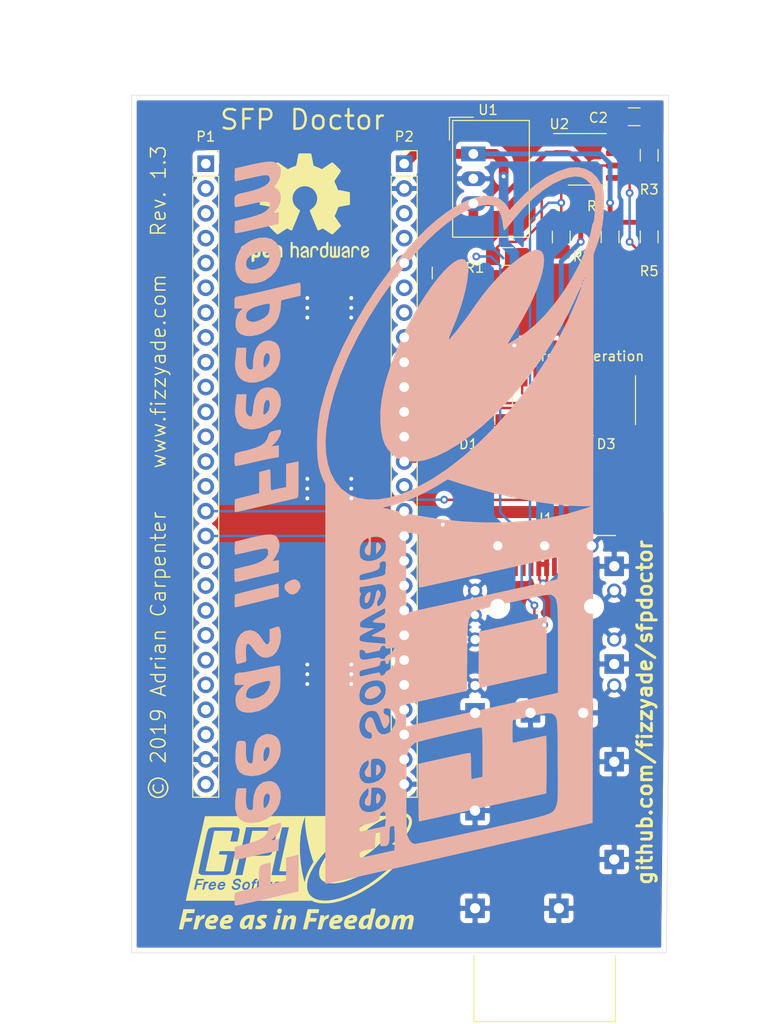
<source format=kicad_pcb>
(kicad_pcb (version 20171130) (host pcbnew "(5.1.4-0-10_14)")
  (layers (0 F.Cu signal) (31 B.Cu signal) (34 B.Paste user hide) (35 F.Paste user hide) (36 B.SilkS user) (37 F.SilkS user) (38 B.Mask user) (39 F.Mask user) (44 Edge.Cuts user))
  (net 0 "")
  (net 1 "Net-(J1-Pad19)")
  (net 2 "Net-(J1-Pad18)")
  (net 3 "Net-(J1-Pad13)")
  (net 4 "Net-(J1-Pad12)")
  (net 5 "Net-(J1-Pad9)")
  (net 6 "Net-(J1-Pad8)")
  (net 7 "Net-(J1-Pad7)")
  (net 8 "Net-(J1-Pad6)")
  (net 9 "Net-(J1-Pad3)")
  (net 10 "Net-(J1-Pad2)")
  (net 11 "Net-(P1-Pad20)")
  (net 12 "Net-(P1-Pad14)")
  (net 13 "Net-(P1-Pad13)")
  (net 14 "Net-(P1-Pad10)")
  (net 15 "Net-(P1-Pad9)")
  (net 16 "Net-(P1-Pad8)")
  (net 17 "Net-(P1-Pad7)")
  (net 18 "Net-(P1-Pad6)")
  (net 19 "Net-(P1-Pad5)")
  (net 20 "Net-(P1-Pad4)")
  (net 21 "Net-(P1-Pad3)")
  (net 22 "Net-(P1-Pad2)")
  (net 23 "Net-(P1-Pad1)")
  (net 24 "Net-(P2-Pad19)")
  (net 25 "Net-(P2-Pad18)")
  (net 26 "Net-(P2-Pad17)")
  (net 27 "Net-(P2-Pad16)")
  (net 28 "Net-(P2-Pad15)")
  (net 29 "Net-(P2-Pad14)")
  (net 30 "Net-(P2-Pad10)")
  (net 31 "Net-(P2-Pad9)")
  (net 32 "Net-(P2-Pad8)")
  (net 33 "Net-(P2-Pad7)")
  (net 34 "Net-(P2-Pad6)")
  (net 35 "Net-(P2-Pad5)")
  (net 36 "Net-(P2-Pad4)")
  (net 37 GND)
  (net 38 +3V3)
  (net 39 +5V)
  (net 40 SCL_3V3)
  (net 41 SDA_3V3)
  (net 42 SCL_5V)
  (net 43 SDA_5V)
  (net 44 "Net-(P1-Pad26)")
  (net 45 "Net-(P1-Pad21)")
  (net 46 "Net-(P2-Pad25)")
  (net 47 "Net-(P2-Pad24)")
  (net 48 "Net-(P2-Pad23)")
  (net 49 "Net-(P2-Pad22)")
  (net 50 "Net-(P2-Pad21)")
  (net 51 "Net-(P1-Pad19)")
  (net 52 "Net-(P2-Pad20)")
  (net 53 "Net-(P2-Pad3)")
  (net 54 "Net-(C2-Pad1)")
  (net 55 "Net-(P1-Pad12)")
  (net 56 "Net-(P1-Pad11)")
  (net 57 "Net-(D1-Pad6)")
  (net 58 "Net-(D1-Pad5)")
  (net 59 LED_CLOCK)
  (net 60 LED_DATA)
  (net 61 "Net-(D2-Pad6)")
  (net 62 "Net-(D2-Pad5)")
  (net 63 "Net-(D3-Pad6)")
  (net 64 "Net-(D3-Pad5)")
  (net 65 "Net-(P1-Pad18)")
  (net 66 "Net-(P1-Pad17)")
  (net 67 "Net-(P1-Pad24)")
  (net 68 "Net-(P1-Pad23)")
  (net 69 "Net-(P1-Pad22)")
  (net 70 "Net-(P2-Pad13)")
  (module LED_SMD:LED_RGB_5050-6 (layer F.Cu) (at 83.5 67.2 90)
    (fp_text reference D1 (at -4.5 0) (layer F.SilkS))
    (fp_text value APA102 hide)
    (pad 6 smd rect (at 2.4 -1.7 180) (size 1.1 2) (layers F.Cu F.Paste F.Mask) (net 57 "Net-(D1-Pad6)"))
    (pad 5 smd rect (at 2.4 0 180) (size 1.1 2) (layers F.Cu F.Paste F.Mask) (net 58 "Net-(D1-Pad5)"))
    (pad 4 smd rect (at 2.4 1.7 180) (size 1.1 2) (layers F.Cu F.Paste F.Mask) (net 39 +5V))
    (pad 3 smd rect (at -2.4 1.7 180) (size 1.1 2) (layers F.Cu F.Paste F.Mask) (net 37 GND))
    (pad 2 smd rect (at -2.4 0 180) (size 1.1 2) (layers F.Cu F.Paste F.Mask) (net 59 LED_CLOCK))
    (pad 1 smd rect (at -2.4 -1.7 180) (size 1.1 2) (layers F.Cu F.Paste F.Mask) (net 60 LED_DATA))
  )
  (module LED_SMD:LED_RGB_5050-6 (layer F.Cu) (at 97.9 67.2 90)
    (fp_text reference D3 (at -4.5 -0.3) (layer F.SilkS))
    (fp_text value APA102 hide)
    (pad 6 smd rect (at 2.4 -1.7 180) (size 1.1 2) (layers F.Cu F.Paste F.Mask) (net 63 "Net-(D3-Pad6)"))
    (pad 5 smd rect (at 2.4 0 180) (size 1.1 2) (layers F.Cu F.Paste F.Mask) (net 64 "Net-(D3-Pad5)"))
    (pad 4 smd rect (at 2.4 1.7 180) (size 1.1 2) (layers F.Cu F.Paste F.Mask) (net 39 +5V))
    (pad 3 smd rect (at -2.4 1.7 180) (size 1.1 2) (layers F.Cu F.Paste F.Mask) (net 37 GND))
    (pad 2 smd rect (at -2.4 0 180) (size 1.1 2) (layers F.Cu F.Paste F.Mask) (net 62 "Net-(D2-Pad5)"))
    (pad 1 smd rect (at -2.4 -1.7 180) (size 1.1 2) (layers F.Cu F.Paste F.Mask) (net 61 "Net-(D2-Pad6)"))
  )
  (module LED_SMD:LED_RGB_5050-6 (layer F.Cu) (at 90.7 67.2 90)
    (fp_text reference D2 (at -4.5 0) (layer F.SilkS))
    (fp_text value APA102 hide)
    (pad 6 smd rect (at 2.4 -1.7 180) (size 1.1 2) (layers F.Cu F.Paste F.Mask) (net 61 "Net-(D2-Pad6)"))
    (pad 5 smd rect (at 2.4 0 180) (size 1.1 2) (layers F.Cu F.Paste F.Mask) (net 62 "Net-(D2-Pad5)"))
    (pad 4 smd rect (at 2.4 1.7 180) (size 1.1 2) (layers F.Cu F.Paste F.Mask) (net 39 +5V))
    (pad 3 smd rect (at -2.4 1.7 180) (size 1.1 2) (layers F.Cu F.Paste F.Mask) (net 37 GND))
    (pad 2 smd rect (at -2.4 0 180) (size 1.1 2) (layers F.Cu F.Paste F.Mask) (net 58 "Net-(D1-Pad5)"))
    (pad 1 smd rect (at -2.4 -1.7 180) (size 1.1 2) (layers F.Cu F.Paste F.Mask) (net 57 "Net-(D1-Pad6)"))
  )
  (module 2227023-1:TE_2227023-1 (layer F.Cu) (at 91.3 88.3 90)
    (fp_text reference J1 (at 9 0 180) (layer F.SilkS))
    (fp_text value 2227023-1 hide)
    (pad S20 thru_hole rect (at 4.1 7.125 90) (size 2 2) (drill 1.05) (layers *.Cu *.Mask) (net 37 GND))
    (pad S19 thru_hole rect (at -5.9 7.125 90) (size 2 2) (drill 1.05) (layers *.Cu *.Mask) (net 37 GND))
    (pad S18 thru_hole rect (at -15.9 7.125 90) (size 2 2) (drill 1.05) (layers *.Cu *.Mask) (net 37 GND))
    (pad S17 thru_hole rect (at -25.9 7.125 90) (size 2 2) (drill 1.05) (layers *.Cu *.Mask) (net 37 GND))
    (pad S16 thru_hole rect (at -10.9 3.95 90) (size 2 2) (drill 1.05) (layers *.Cu *.Mask) (net 37 GND))
    (pad S15 thru_hole rect (at -30.9 1.45 90) (size 2 2) (drill 1.05) (layers *.Cu *.Mask) (net 37 GND))
    (pad S14 thru_hole rect (at -10.9 -1.45 90) (size 2 2) (drill 1.05) (layers *.Cu *.Mask) (net 37 GND))
    (pad S13 thru_hole rect (at -30.9 -7.125 90) (size 2 2) (drill 1.05) (layers *.Cu *.Mask) (net 37 GND))
    (pad S12 thru_hole rect (at -20.9 -7.125 90) (size 2 2) (drill 1.05) (layers *.Cu *.Mask) (net 37 GND))
    (pad S11 thru_hole rect (at -10.9 -7.125 90) (size 2 2) (drill 1.05) (layers *.Cu *.Mask) (net 37 GND))
    (pad S10 thru_hole circle (at -8.1 7.125 90) (size 1.458 1.458) (drill 0.95) (layers *.Cu *.Mask) (net 37 GND))
    (pad S9 thru_hole circle (at -3.4 7.125 90) (size 1.458 1.458) (drill 0.95) (layers *.Cu *.Mask) (net 37 GND))
    (pad S8 thru_hole circle (at 1.6 7.125 90) (size 1.458 1.458) (drill 0.95) (layers *.Cu *.Mask) (net 37 GND))
    (pad S7 thru_hole circle (at 6.2 4.8 90) (size 1.458 1.458) (drill 0.95) (layers *.Cu *.Mask) (net 37 GND))
    (pad S6 thru_hole circle (at 6.2 0 90) (size 1.458 1.458) (drill 0.95) (layers *.Cu *.Mask) (net 37 GND))
    (pad S5 thru_hole circle (at 6.2 -4.8 90) (size 1.458 1.458) (drill 0.95) (layers *.Cu *.Mask) (net 37 GND))
    (pad S4 thru_hole circle (at -8.1 -7.125 90) (size 1.458 1.458) (drill 0.95) (layers *.Cu *.Mask) (net 37 GND))
    (pad S3 thru_hole circle (at -3.4 -7.125 90) (size 1.458 1.458) (drill 0.95) (layers *.Cu *.Mask) (net 37 GND))
    (pad S2 thru_hole circle (at 1.6 -7.125 90) (size 1.458 1.458) (drill 0.95) (layers *.Cu *.Mask) (net 37 GND))
    (pad 20 smd rect (at 4.1 -3.8 270) (size 2 0.5) (layers F.Cu F.Paste F.Mask) (net 37 GND))
    (pad 19 smd rect (at 4.1 -3 270) (size 2 0.5) (layers F.Cu F.Paste F.Mask) (net 1 "Net-(J1-Pad19)"))
    (pad 18 smd rect (at 4.1 -2.2 270) (size 2 0.5) (layers F.Cu F.Paste F.Mask) (net 2 "Net-(J1-Pad18)"))
    (pad 17 smd rect (at 4.1 -1.4 270) (size 2 0.5) (layers F.Cu F.Paste F.Mask) (net 37 GND))
    (pad 16 smd rect (at 4.1 -0.6 270) (size 2 0.5) (layers F.Cu F.Paste F.Mask) (net 38 +3V3))
    (pad 15 smd rect (at 4.1 0.2 270) (size 2 0.5) (layers F.Cu F.Paste F.Mask) (net 38 +3V3))
    (pad 14 smd rect (at 4.1 1 270) (size 2 0.5) (layers F.Cu F.Paste F.Mask) (net 37 GND))
    (pad 13 smd rect (at 4.1 1.8 270) (size 2 0.5) (layers F.Cu F.Paste F.Mask) (net 3 "Net-(J1-Pad13)"))
    (pad 12 smd rect (at 4.1 2.6 270) (size 2 0.5) (layers F.Cu F.Paste F.Mask) (net 4 "Net-(J1-Pad12)"))
    (pad 11 smd rect (at 4.1 3.4 270) (size 2 0.5) (layers F.Cu F.Paste F.Mask) (net 37 GND))
    (pad S1 thru_hole circle (at -0.9 -7.125 90) (size 1.358 1.358) (drill 0.85) (layers *.Cu *.Mask) (net 37 GND))
    (pad 10 smd rect (at -4.1 3.8 90) (size 2 0.5) (layers F.Cu F.Paste F.Mask) (net 37 GND))
    (pad 9 smd rect (at -4.1 3 90) (size 2 0.5) (layers F.Cu F.Paste F.Mask) (net 5 "Net-(J1-Pad9)"))
    (pad 8 smd rect (at -4.1 2.2 90) (size 2 0.5) (layers F.Cu F.Paste F.Mask) (net 6 "Net-(J1-Pad8)"))
    (pad 7 smd rect (at -4.1 1.4 90) (size 2 0.5) (layers F.Cu F.Paste F.Mask) (net 7 "Net-(J1-Pad7)"))
    (pad 6 smd rect (at -4.1 0.6 90) (size 2 0.5) (layers F.Cu F.Paste F.Mask) (net 8 "Net-(J1-Pad6)"))
    (pad 5 smd rect (at -4.1 -0.2 90) (size 2 0.5) (layers F.Cu F.Paste F.Mask) (net 40 SCL_3V3))
    (pad 4 smd rect (at -4.1 -1 90) (size 2 0.5) (layers F.Cu F.Paste F.Mask) (net 41 SDA_3V3))
    (pad 3 smd rect (at -4.1 -1.8 90) (size 2 0.5) (layers F.Cu F.Paste F.Mask) (net 9 "Net-(J1-Pad3)"))
    (pad 2 smd rect (at -4.1 -2.6 90) (size 2 0.5) (layers F.Cu F.Paste F.Mask) (net 10 "Net-(J1-Pad2)"))
    (pad 1 smd rect (at -4.1 -3.4 90) (size 2 0.5) (layers F.Cu F.Paste F.Mask) (net 37 GND))
    (pad Hole np_thru_hole circle (at 0 -4.8 90) (size 1.55 1.55) (drill 1.55) (layers *.Cu *.Mask F.SilkS))
    (pad Hole np_thru_hole circle (at 0 4.8 90) (size 1.55 1.55) (drill 1.55) (layers *.Cu *.Mask F.SilkS))
  )
  (module Logo:GPL-Large (layer B.Cu) (at 94.25 81.1 90)
    (fp_text reference G*** hide)
    (fp_text value LOGO hide)
  )
  (module Logo:GPL (layer F.Cu) (at 65.8 110.4)
    (fp_text reference G*** hide)
    (fp_text value LOGO hide)
  )
  (module Capacitor_SMD:C_1206_3216Metric_Pad1.42x1.75mm_HandSolder (layer F.Cu) (at 100.4625 38.2 180)
    (fp_text reference C2 (at 3.6625 -0.1) (layer F.SilkS))
    (fp_text value 100nF hide)
    (pad 2 smd roundrect (at 1.4875 0 180) (size 1.425 1.75) (layers F.Cu F.Paste F.Mask) (roundrect_rratio 0.175439) (net 37 GND))
    (pad 1 smd roundrect (at -1.4875 0 180) (size 1.425 1.75) (layers F.Cu F.Paste F.Mask) (roundrect_rratio 0.175439) (net 54 "Net-(C2-Pad1)"))
  )
  (module Capacitor_SMD:C_1206_3216Metric_Pad1.42x1.75mm_HandSolder (layer F.Cu) (at 80.7 54.1875 270)
    (fp_text reference C1 (at 3.5125 0 90) (layer F.SilkS))
    (fp_text value 100nF hide)
    (pad 2 smd roundrect (at 1.4875 0 270) (size 1.425 1.75) (layers F.Cu F.Paste F.Mask) (roundrect_rratio 0.175439) (net 37 GND))
    (pad 1 smd roundrect (at -1.4875 0 270) (size 1.425 1.75) (layers F.Cu F.Paste F.Mask) (roundrect_rratio 0.175439) (net 38 +3V3))
  )
  (module Connector_PinSocket_2.54mm:PinSocket_1x26_P2.54mm_Vertical (layer F.Cu) (at 76.92 43)
    (fp_text reference P2 (at 0 -2.77) (layer F.SilkS))
    (fp_text value CONN_01X26 hide)
    (pad 26 thru_hole oval (at 0 63.5) (size 1.7 1.7) (drill 1) (layers *.Cu *.Mask) (net 37 GND))
    (pad 25 thru_hole oval (at 0 60.96) (size 1.7 1.7) (drill 1) (layers *.Cu *.Mask) (net 46 "Net-(P2-Pad25)"))
    (pad 24 thru_hole oval (at 0 58.42) (size 1.7 1.7) (drill 1) (layers *.Cu *.Mask) (net 47 "Net-(P2-Pad24)"))
    (pad 23 thru_hole oval (at 0 55.88) (size 1.7 1.7) (drill 1) (layers *.Cu *.Mask) (net 48 "Net-(P2-Pad23)"))
    (pad 22 thru_hole oval (at 0 53.34) (size 1.7 1.7) (drill 1) (layers *.Cu *.Mask) (net 49 "Net-(P2-Pad22)"))
    (pad 21 thru_hole oval (at 0 50.8) (size 1.7 1.7) (drill 1) (layers *.Cu *.Mask) (net 50 "Net-(P2-Pad21)"))
    (pad 20 thru_hole oval (at 0 48.26) (size 1.7 1.7) (drill 1) (layers *.Cu *.Mask) (net 52 "Net-(P2-Pad20)"))
    (pad 19 thru_hole oval (at 0 45.72) (size 1.7 1.7) (drill 1) (layers *.Cu *.Mask) (net 24 "Net-(P2-Pad19)"))
    (pad 18 thru_hole oval (at 0 43.18) (size 1.7 1.7) (drill 1) (layers *.Cu *.Mask) (net 25 "Net-(P2-Pad18)"))
    (pad 17 thru_hole oval (at 0 40.64) (size 1.7 1.7) (drill 1) (layers *.Cu *.Mask) (net 26 "Net-(P2-Pad17)"))
    (pad 16 thru_hole oval (at 0 38.1) (size 1.7 1.7) (drill 1) (layers *.Cu *.Mask) (net 27 "Net-(P2-Pad16)"))
    (pad 15 thru_hole oval (at 0 35.56) (size 1.7 1.7) (drill 1) (layers *.Cu *.Mask) (net 28 "Net-(P2-Pad15)"))
    (pad 14 thru_hole oval (at 0 33.02) (size 1.7 1.7) (drill 1) (layers *.Cu *.Mask) (net 29 "Net-(P2-Pad14)"))
    (pad 13 thru_hole oval (at 0 30.48) (size 1.7 1.7) (drill 1) (layers *.Cu *.Mask) (net 70 "Net-(P2-Pad13)"))
    (pad 12 thru_hole oval (at 0 27.94) (size 1.7 1.7) (drill 1) (layers *.Cu *.Mask) (net 59 LED_CLOCK))
    (pad 11 thru_hole oval (at 0 25.4) (size 1.7 1.7) (drill 1) (layers *.Cu *.Mask) (net 60 LED_DATA))
    (pad 10 thru_hole oval (at 0 22.86) (size 1.7 1.7) (drill 1) (layers *.Cu *.Mask) (net 30 "Net-(P2-Pad10)"))
    (pad 9 thru_hole oval (at 0 20.32) (size 1.7 1.7) (drill 1) (layers *.Cu *.Mask) (net 31 "Net-(P2-Pad9)"))
    (pad 8 thru_hole oval (at 0 17.78) (size 1.7 1.7) (drill 1) (layers *.Cu *.Mask) (net 32 "Net-(P2-Pad8)"))
    (pad 7 thru_hole oval (at 0 15.24) (size 1.7 1.7) (drill 1) (layers *.Cu *.Mask) (net 33 "Net-(P2-Pad7)"))
    (pad 6 thru_hole oval (at 0 12.7) (size 1.7 1.7) (drill 1) (layers *.Cu *.Mask) (net 34 "Net-(P2-Pad6)"))
    (pad 5 thru_hole oval (at 0 10.16) (size 1.7 1.7) (drill 1) (layers *.Cu *.Mask) (net 35 "Net-(P2-Pad5)"))
    (pad 4 thru_hole oval (at 0 7.62) (size 1.7 1.7) (drill 1) (layers *.Cu *.Mask) (net 36 "Net-(P2-Pad4)"))
    (pad 3 thru_hole oval (at 0 5.08) (size 1.7 1.7) (drill 1) (layers *.Cu *.Mask) (net 53 "Net-(P2-Pad3)"))
    (pad 2 thru_hole oval (at 0 2.54) (size 1.7 1.7) (drill 1) (layers *.Cu *.Mask) (net 37 GND))
    (pad 1 thru_hole rect (at 0 0) (size 1.7 1.7) (drill 1) (layers *.Cu *.Mask) (net 39 +5V))
  )
  (module Connector_PinSocket_2.54mm:PinSocket_1x26_P2.54mm_Vertical (layer F.Cu) (at 56.6 43)
    (fp_text reference P1 (at 0 -2.77) (layer F.SilkS))
    (fp_text value CONN_01X26 hide)
    (pad 26 thru_hole oval (at 0 63.5) (size 1.7 1.7) (drill 1) (layers *.Cu *.Mask) (net 44 "Net-(P1-Pad26)"))
    (pad 25 thru_hole oval (at 0 60.96) (size 1.7 1.7) (drill 1) (layers *.Cu *.Mask) (net 37 GND))
    (pad 24 thru_hole oval (at 0 58.42) (size 1.7 1.7) (drill 1) (layers *.Cu *.Mask) (net 67 "Net-(P1-Pad24)"))
    (pad 23 thru_hole oval (at 0 55.88) (size 1.7 1.7) (drill 1) (layers *.Cu *.Mask) (net 68 "Net-(P1-Pad23)"))
    (pad 22 thru_hole oval (at 0 53.34) (size 1.7 1.7) (drill 1) (layers *.Cu *.Mask) (net 69 "Net-(P1-Pad22)"))
    (pad 21 thru_hole oval (at 0 50.8) (size 1.7 1.7) (drill 1) (layers *.Cu *.Mask) (net 45 "Net-(P1-Pad21)"))
    (pad 20 thru_hole oval (at 0 48.26) (size 1.7 1.7) (drill 1) (layers *.Cu *.Mask) (net 11 "Net-(P1-Pad20)"))
    (pad 19 thru_hole oval (at 0 45.72) (size 1.7 1.7) (drill 1) (layers *.Cu *.Mask) (net 51 "Net-(P1-Pad19)"))
    (pad 18 thru_hole oval (at 0 43.18) (size 1.7 1.7) (drill 1) (layers *.Cu *.Mask) (net 65 "Net-(P1-Pad18)"))
    (pad 17 thru_hole oval (at 0 40.64) (size 1.7 1.7) (drill 1) (layers *.Cu *.Mask) (net 66 "Net-(P1-Pad17)"))
    (pad 16 thru_hole oval (at 0 38.1) (size 1.7 1.7) (drill 1) (layers *.Cu *.Mask) (net 42 SCL_5V))
    (pad 15 thru_hole oval (at 0 35.56) (size 1.7 1.7) (drill 1) (layers *.Cu *.Mask) (net 43 SDA_5V))
    (pad 14 thru_hole oval (at 0 33.02) (size 1.7 1.7) (drill 1) (layers *.Cu *.Mask) (net 12 "Net-(P1-Pad14)"))
    (pad 13 thru_hole oval (at 0 30.48) (size 1.7 1.7) (drill 1) (layers *.Cu *.Mask) (net 13 "Net-(P1-Pad13)"))
    (pad 12 thru_hole oval (at 0 27.94) (size 1.7 1.7) (drill 1) (layers *.Cu *.Mask) (net 55 "Net-(P1-Pad12)"))
    (pad 11 thru_hole oval (at 0 25.4) (size 1.7 1.7) (drill 1) (layers *.Cu *.Mask) (net 56 "Net-(P1-Pad11)"))
    (pad 10 thru_hole oval (at 0 22.86) (size 1.7 1.7) (drill 1) (layers *.Cu *.Mask) (net 14 "Net-(P1-Pad10)"))
    (pad 9 thru_hole oval (at 0 20.32) (size 1.7 1.7) (drill 1) (layers *.Cu *.Mask) (net 15 "Net-(P1-Pad9)"))
    (pad 8 thru_hole oval (at 0 17.78) (size 1.7 1.7) (drill 1) (layers *.Cu *.Mask) (net 16 "Net-(P1-Pad8)"))
    (pad 7 thru_hole oval (at 0 15.24) (size 1.7 1.7) (drill 1) (layers *.Cu *.Mask) (net 17 "Net-(P1-Pad7)"))
    (pad 6 thru_hole oval (at 0 12.7) (size 1.7 1.7) (drill 1) (layers *.Cu *.Mask) (net 18 "Net-(P1-Pad6)"))
    (pad 5 thru_hole oval (at 0 10.16) (size 1.7 1.7) (drill 1) (layers *.Cu *.Mask) (net 19 "Net-(P1-Pad5)"))
    (pad 4 thru_hole oval (at 0 7.62) (size 1.7 1.7) (drill 1) (layers *.Cu *.Mask) (net 20 "Net-(P1-Pad4)"))
    (pad 3 thru_hole oval (at 0 5.08) (size 1.7 1.7) (drill 1) (layers *.Cu *.Mask) (net 21 "Net-(P1-Pad3)"))
    (pad 2 thru_hole oval (at 0 2.54) (size 1.7 1.7) (drill 1) (layers *.Cu *.Mask) (net 22 "Net-(P1-Pad2)"))
    (pad 1 thru_hole rect (at 0 0) (size 1.7 1.7) (drill 1) (layers *.Cu *.Mask) (net 23 "Net-(P1-Pad1)"))
  )
  (module Symbol:OSHW-Logo2_14.6x12mm_SilkScreen (layer F.Cu) (at 66.75 47.5)
    (fp_text reference REF** hide)
    (fp_text value OSHW-Logo2_14.6x12mm_SilkScreen hide)
  )
  (module Converter_DCDC:Converter_DCDC_TRACO_TSR-1_THT (layer F.Cu) (at 84 42 270)
    (fp_text reference U1 (at -4.5 -1.5 180) (layer F.SilkS))
    (fp_text value TSR_1-2433 hide)
    (pad 3 thru_hole oval (at 5.08 0 270) (size 1.5 2.5) (drill 1) (layers *.Cu *.Mask) (net 38 +3V3))
    (pad 2 thru_hole oval (at 2.54 0 270) (size 1.5 2.5) (drill 1) (layers *.Cu *.Mask) (net 37 GND))
    (pad 1 thru_hole rect (at 0 0 270) (size 1.5 2.5) (drill 1) (layers *.Cu *.Mask) (net 39 +5V))
  )
  (module Package_SO:SSOP-8_3.9x5.05mm_P1.27mm (layer F.Cu) (at 95.675 42.555)
    (fp_text reference U2 (at -2.875 -3.605) (layer F.SilkS))
    (fp_text value PCA9306 hide)
    (pad 8 smd roundrect (at 2.675 -1.905) (size 1.55 0.6) (layers F.Cu F.Paste F.Mask) (net 54 "Net-(C2-Pad1)"))
    (pad 7 smd roundrect (at 2.675 -0.635) (size 1.55 0.6) (layers F.Cu F.Paste F.Mask) (net 54 "Net-(C2-Pad1)"))
    (pad 6 smd roundrect (at 2.675 0.635) (size 1.55 0.6) (layers F.Cu F.Paste F.Mask) (net 43 SDA_5V))
    (pad 5 smd roundrect (at 2.675 1.905) (size 1.55 0.6) (layers F.Cu F.Paste F.Mask) (net 42 SCL_5V))
    (pad 4 smd roundrect (at -2.675 1.905) (size 1.55 0.6) (layers F.Cu F.Paste F.Mask) (net 40 SCL_3V3))
    (pad 3 smd roundrect (at -2.675 0.635) (size 1.55 0.6) (layers F.Cu F.Paste F.Mask) (net 41 SDA_3V3))
    (pad 2 smd roundrect (at -2.675 -0.635) (size 1.55 0.6) (layers F.Cu F.Paste F.Mask) (net 38 +3V3))
    (pad 1 smd roundrect (at -2.675 -1.905) (size 1.55 0.6) (layers F.Cu F.Paste F.Mask) (net 37 GND))
  )
  (module Resistor_SMD:R_1206_3216Metric_Pad1.42x1.75mm_HandSolder (layer F.Cu) (at 102 50.4875 270)
    (fp_text reference R5 (at 3.5125 0 180) (layer F.SilkS))
    (fp_text value 4K7 hide)
    (pad 2 smd roundrect (at 1.4875 0 270) (size 1.425 1.75) (layers F.Cu F.Paste F.Mask) (roundrect_rratio 0.175439) (net 42 SCL_5V))
    (pad 1 smd roundrect (at -1.4875 0 270) (size 1.425 1.75) (layers F.Cu F.Paste F.Mask) (roundrect_rratio 0.175439) (net 39 +5V))
  )
  (module Resistor_SMD:R_1206_3216Metric_Pad1.42x1.75mm_HandSolder (layer F.Cu) (at 98 50.4875 270)
    (fp_text reference R4 (at -3.1375 1.4 180) (layer F.SilkS))
    (fp_text value 4K7 hide)
    (pad 2 smd roundrect (at 1.4875 0 270) (size 1.425 1.75) (layers F.Cu F.Paste F.Mask) (roundrect_rratio 0.175439) (net 43 SDA_5V))
    (pad 1 smd roundrect (at -1.4875 0 270) (size 1.425 1.75) (layers F.Cu F.Paste F.Mask) (roundrect_rratio 0.175439) (net 39 +5V))
  )
  (module Resistor_SMD:R_1206_3216Metric_Pad1.42x1.75mm_HandSolder (layer F.Cu) (at 102 42.1375 90)
    (fp_text reference R3 (at -3.5125 0) (layer F.SilkS))
    (fp_text value 200K hide)
    (pad 2 smd roundrect (at 1.4875 0 90) (size 1.425 1.75) (layers F.Cu F.Paste F.Mask) (roundrect_rratio 0.175439) (net 54 "Net-(C2-Pad1)"))
    (pad 1 smd roundrect (at -1.4875 0 90) (size 1.425 1.75) (layers F.Cu F.Paste F.Mask) (roundrect_rratio 0.175439) (net 39 +5V))
  )
  (module Resistor_SMD:R_1206_3216Metric_Pad1.42x1.75mm_HandSolder (layer F.Cu) (at 93 50.5125 90)
    (fp_text reference R2 (at -1.9875 2.15) (layer F.SilkS))
    (fp_text value 4K7 hide)
    (pad 2 smd roundrect (at 1.4875 0 90) (size 1.425 1.75) (layers F.Cu F.Paste F.Mask) (roundrect_rratio 0.175439) (net 40 SCL_3V3))
    (pad 1 smd roundrect (at -1.4875 0 90) (size 1.425 1.75) (layers F.Cu F.Paste F.Mask) (roundrect_rratio 0.175439) (net 38 +3V3))
  )
  (module Resistor_SMD:R_1206_3216Metric_Pad1.42x1.75mm_HandSolder (layer F.Cu) (at 87.5 52.5 180)
    (fp_text reference R1 (at 3.35 -1.15) (layer F.SilkS))
    (fp_text value 4K7 hide)
    (pad 2 smd roundrect (at 1.4875 0 180) (size 1.425 1.75) (layers F.Cu F.Paste F.Mask) (roundrect_rratio 0.175439) (net 41 SDA_3V3))
    (pad 1 smd roundrect (at -1.4875 0 180) (size 1.425 1.75) (layers F.Cu F.Paste F.Mask) (roundrect_rratio 0.175439) (net 38 +3V3))
  )
  (gr_text Operation (at 97.9 62.7) (layer F.SilkS) (effects (font (size 1 1))))
  (gr_text Search (at 90.7 62.7) (layer F.SilkS) (effects (font (size 1 1))))
  (gr_text Status (at 83.5 62.7) (layer F.SilkS) (effects (font (size 1 1))))
  (gr_text github.com/fizzyade/sfpdoctor (at 101.55 99.15 90) (layer F.SilkS) (effects (font (size 1.5 1.5) (thickness 0.3))))
  (gr_text www.fizzyade.com (at 51.75 64.25 90) (layer F.SilkS) (effects (font (size 1.5 1.5))))
  (gr_text "Rev. 1.3" (at 51.75 41 90) (layer F.SilkS) (effects (font (size 1.5 1.5)) (justify right)))
  (gr_text "© 2019 Adrian Carpenter" (at 51.75 108.25 90) (layer F.SilkS) (effects (font (size 1.5 1.5)) (justify left)))
  (gr_text "SFP Doctor" (at 66.5 38.5) (layer F.SilkS) (effects (font (size 2 2) (thickness 0.25))))
  (gr_line (start 49 102) (end 49 123.75) (layer Edge.Cuts) (width 0.05))
  (gr_line (start 104 102) (end 103.75 123.75) (layer Edge.Cuts) (width 0.05))
  (gr_line (start 49 37) (end 49 36) (layer Edge.Cuts) (width 0.05))
  (gr_line (start 104 36) (end 103 36) (layer Edge.Cuts) (width 0.05))
  (gr_line (start 104 37) (end 104 36) (layer Edge.Cuts) (width 0.05))
  (gr_line (start 49 102) (end 49 37) (layer Edge.Cuts) (width 0.05))
  (gr_line (start 103.75 123.75) (end 49 123.75) (layer Edge.Cuts) (width 0.05))
  (gr_line (start 104 37) (end 104 102) (layer Edge.Cuts) (width 0.05))
  (gr_line (start 49 36) (end 103 36) (layer Edge.Cuts) (width 0.05))
  (segment (start 91.35 81.9) (end 91.95 81.9) (width 0.25) (layer F.Cu) (net 37))
  (segment (start 92.35 82.3) (end 92.35 84) (width 0.25) (layer F.Cu) (net 37))
  (segment (start 91.95 81.9) (end 92.35 82.3) (width 0.25) (layer F.Cu) (net 37))
  (segment (start 89.95 82.269039) (end 89.95 82.75) (width 0.25) (layer F.Cu) (net 37))
  (segment (start 89.95 82.75) (end 89.95 84) (width 0.25) (layer F.Cu) (net 37))
  (segment (start 90.319039 81.9) (end 89.95 82.269039) (width 0.25) (layer F.Cu) (net 37))
  (segment (start 91.35 81.9) (end 90.319039 81.9) (width 0.25) (layer F.Cu) (net 37))
  (segment (start 86.55 83.5) (end 86.55 82.930961) (width 0.25) (layer F.Cu) (net 37))
  (segment (start 87.05 84) (end 86.55 83.5) (width 0.25) (layer F.Cu) (net 37))
  (segment (start 86.55 82.930961) (end 86.55 81.9) (width 0.25) (layer F.Cu) (net 37))
  (segment (start 87.55 84) (end 87.05 84) (width 0.25) (layer F.Cu) (net 37))
  (via (at 67 56.75) (size 0.8) (drill 0.4) (layers F.Cu B.Cu) (net 37))
  (via (at 67 57.75) (size 0.8) (drill 0.4) (layers F.Cu B.Cu) (net 37))
  (via (at 67 58.75) (size 0.8) (drill 0.4) (layers F.Cu B.Cu) (net 37))
  (via (at 71.5 56.75) (size 0.8) (drill 0.4) (layers F.Cu B.Cu) (net 37))
  (via (at 71.5 57.75) (size 0.8) (drill 0.4) (layers F.Cu B.Cu) (net 37))
  (via (at 71.5 58.75) (size 0.8) (drill 0.4) (layers F.Cu B.Cu) (net 37))
  (via (at 67 75.25) (size 0.8) (drill 0.4) (layers F.Cu B.Cu) (net 37))
  (via (at 67 76.25) (size 0.8) (drill 0.4) (layers F.Cu B.Cu) (net 37))
  (via (at 67 77.25) (size 0.8) (drill 0.4) (layers F.Cu B.Cu) (net 37))
  (via (at 71.5 75.25) (size 0.8) (drill 0.4) (layers F.Cu B.Cu) (net 37))
  (via (at 71.5 76.25) (size 0.8) (drill 0.4) (layers F.Cu B.Cu) (net 37))
  (via (at 71.5 77.25) (size 0.8) (drill 0.4) (layers F.Cu B.Cu) (net 37))
  (via (at 67 94.25) (size 0.8) (drill 0.4) (layers F.Cu B.Cu) (net 37))
  (via (at 67 95.25) (size 0.8) (drill 0.4) (layers F.Cu B.Cu) (net 37))
  (via (at 67 96.25) (size 0.8) (drill 0.4) (layers F.Cu B.Cu) (net 37))
  (via (at 71.5 94.25) (size 0.8) (drill 0.4) (layers F.Cu B.Cu) (net 37))
  (via (at 71.5 95.25) (size 0.8) (drill 0.4) (layers F.Cu B.Cu) (net 37))
  (via (at 71.5 96.25) (size 0.8) (drill 0.4) (layers F.Cu B.Cu) (net 37))
  (segment (start 93 69.1) (end 92.3 69.8) (width 0.25) (layer F.Cu) (net 37))
  (segment (start 95 43.045) (end 93.875 41.92) (width 0.5) (layer F.Cu) (net 38))
  (segment (start 94 52) (end 95 51) (width 0.5) (layer F.Cu) (net 38))
  (segment (start 93.875 41.92) (end 93 41.92) (width 0.5) (layer F.Cu) (net 38))
  (segment (start 93 52) (end 94 52) (width 0.5) (layer F.Cu) (net 38))
  (segment (start 91 52) (end 93 52) (width 0.5) (layer F.Cu) (net 38))
  (segment (start 90.75 84) (end 91.55 84) (width 0.5) (layer F.Cu) (net 38))
  (segment (start 95 43.045) (end 95 51) (width 0.5) (layer F.Cu) (net 38))
  (segment (start 86.315 47.08) (end 84 47.08) (width 0.5) (layer F.Cu) (net 38))
  (segment (start 91.475 41.92) (end 86.315 47.08) (width 0.5) (layer F.Cu) (net 38))
  (segment (start 93 41.92) (end 91.475 41.92) (width 0.5) (layer F.Cu) (net 38))
  (segment (start 91 85.95) (end 91 85.95) (width 0.25) (layer F.Cu) (net 38))
  (via (at 91.15 85.95) (size 0.8) (drill 0.4) (layers F.Cu B.Cu) (net 38))
  (segment (start 91.55 85.55) (end 91.15 85.95) (width 0.25) (layer F.Cu) (net 38))
  (segment (start 91.55 84) (end 91.55 85.55) (width 0.25) (layer F.Cu) (net 38))
  (segment (start 90.75 85.55) (end 91.15 85.95) (width 0.25) (layer F.Cu) (net 38))
  (segment (start 90.75 84) (end 90.75 85.55) (width 0.25) (layer F.Cu) (net 38))
  (via (at 95 51) (size 0.8) (drill 0.4) (layers F.Cu B.Cu) (net 38))
  (segment (start 80.7 51.25) (end 80.7 52.7) (width 1) (layer F.Cu) (net 38))
  (segment (start 84 49.75) (end 83 50.75) (width 1) (layer F.Cu) (net 38))
  (segment (start 81.2 50.75) (end 80.7 51.25) (width 1) (layer F.Cu) (net 38))
  (segment (start 83 50.75) (end 81.2 50.75) (width 1) (layer F.Cu) (net 38))
  (segment (start 84 47.08) (end 84 49.75) (width 1) (layer F.Cu) (net 38))
  (segment (start 90.5 52.5) (end 88.9875 52.5) (width 0.5) (layer F.Cu) (net 38))
  (segment (start 91 52) (end 90.5 52.5) (width 0.5) (layer F.Cu) (net 38))
  (segment (start 91.9 85.95) (end 91.15 85.95) (width 0.5) (layer B.Cu) (net 38))
  (segment (start 93 84.85) (end 91.9 85.95) (width 0.5) (layer B.Cu) (net 38))
  (segment (start 93 53) (end 93 84.85) (width 0.5) (layer B.Cu) (net 38))
  (segment (start 95 51) (end 93 53) (width 0.5) (layer B.Cu) (net 38))
  (segment (start 81.57 42) (end 81.75 42) (width 1) (layer F.Cu) (net 39))
  (segment (start 81.75 42) (end 84 42) (width 1) (layer F.Cu) (net 39))
  (segment (start 98 49) (end 102 49) (width 0.5) (layer F.Cu) (net 39))
  (segment (start 102 49) (end 102 44.975) (width 0.5) (layer F.Cu) (net 39))
  (segment (start 98 49) (end 98 47) (width 0.5) (layer F.Cu) (net 39))
  (via (at 98 47) (size 0.8) (drill 0.4) (layers F.Cu B.Cu) (net 39))
  (segment (start 98 47) (end 98 43) (width 0.5) (layer B.Cu) (net 39))
  (segment (start 97 42) (end 84 42) (width 0.5) (layer B.Cu) (net 39))
  (segment (start 81.75 42) (end 79.5 42) (width 1) (layer F.Cu) (net 39))
  (segment (start 76.92 43) (end 77 43) (width 1) (layer F.Cu) (net 39))
  (segment (start 78 42) (end 79.5 42) (width 1) (layer F.Cu) (net 39))
  (segment (start 77 43) (end 78 42) (width 1) (layer F.Cu) (net 39))
  (segment (start 102 44.975) (end 102 43.625) (width 0.5) (layer F.Cu) (net 39))
  (segment (start 97 42) (end 98 43) (width 0.5) (layer B.Cu) (net 39))
  (segment (start 92.5 64.05) (end 92.35 64.2) (width 0.25) (layer F.Cu) (net 39))
  (segment (start 85.2 62.8) (end 85.2 64.8) (width 1) (layer F.Cu) (net 39))
  (segment (start 86.4 61.6) (end 85.2 62.8) (width 1) (layer F.Cu) (net 39))
  (segment (start 92.4 64.8) (end 92.4 62.8) (width 1) (layer F.Cu) (net 39))
  (segment (start 92.4 62.8) (end 92.4 61.6) (width 1) (layer F.Cu) (net 39))
  (segment (start 93.3 61.6) (end 92.4 61.6) (width 1) (layer F.Cu) (net 39))
  (segment (start 98.4 61.6) (end 99.6 62.8) (width 1) (layer F.Cu) (net 39))
  (segment (start 99.6 62.8) (end 99.6 64.8) (width 1) (layer F.Cu) (net 39))
  (segment (start 93.3 61.6) (end 98.4 61.6) (width 1) (layer F.Cu) (net 39))
  (segment (start 86.25 42) (end 87.1 42.85) (width 1) (layer F.Cu) (net 39))
  (segment (start 84 42) (end 86.25 42) (width 1) (layer F.Cu) (net 39))
  (via (at 87.1 44.3) (size 0.8) (drill 0.4) (layers F.Cu B.Cu) (net 39))
  (segment (start 87.1 42.85) (end 87.1 44.3) (width 1) (layer F.Cu) (net 39))
  (segment (start 87.1 44.3) (end 87.1 51.1) (width 1) (layer B.Cu) (net 39))
  (segment (start 87.1 51.1) (end 88.2 52.2) (width 1) (layer B.Cu) (net 39))
  (via (at 88.2 61.6) (size 0.8) (drill 0.4) (layers F.Cu B.Cu) (net 39))
  (segment (start 88.2 52.2) (end 88.2 61.6) (width 1) (layer B.Cu) (net 39))
  (segment (start 88.2 61.6) (end 86.4 61.6) (width 1) (layer F.Cu) (net 39))
  (segment (start 92.4 61.6) (end 88.2 61.6) (width 1) (layer F.Cu) (net 39))
  (segment (start 93 49.025) (end 93 47) (width 0.25) (layer F.Cu) (net 40))
  (via (at 93 47) (size 0.8) (drill 0.4) (layers F.Cu B.Cu) (net 40))
  (segment (start 91.25 90.2) (end 91.25 90.2) (width 0.25) (layer B.Cu) (net 40))
  (via (at 91.25 90.2) (size 0.8) (drill 0.4) (layers F.Cu B.Cu) (net 40))
  (segment (start 91.15 90.3) (end 91.25 90.2) (width 0.25) (layer F.Cu) (net 40))
  (segment (start 91.15 92.2) (end 91.15 90.3) (width 0.25) (layer F.Cu) (net 40))
  (segment (start 93 45.81) (end 93 44.46) (width 0.25) (layer F.Cu) (net 40))
  (segment (start 93 47) (end 93 45.81) (width 0.25) (layer F.Cu) (net 40))
  (segment (start 91.25 87.75) (end 91.25 90.2) (width 0.25) (layer B.Cu) (net 40))
  (segment (start 89.8 86.3) (end 91.25 87.75) (width 0.25) (layer B.Cu) (net 40))
  (segment (start 91.7 47) (end 89.8 48.9) (width 0.25) (layer B.Cu) (net 40))
  (segment (start 89.8 48.9) (end 89.8 86.3) (width 0.25) (layer B.Cu) (net 40))
  (segment (start 93 47) (end 91.7 47) (width 0.25) (layer B.Cu) (net 40))
  (segment (start 93 43.19) (end 92.125 43.19) (width 0.25) (layer F.Cu) (net 41))
  (segment (start 91 49) (end 89 51) (width 0.25) (layer F.Cu) (net 41))
  (segment (start 89 51) (end 88.025 51) (width 0.25) (layer F.Cu) (net 41))
  (segment (start 88.025 51) (end 87 51) (width 0.25) (layer F.Cu) (net 41))
  (segment (start 86.025 53) (end 86.025 51.975) (width 0.25) (layer F.Cu) (net 41))
  (segment (start 86.025 51.975) (end 87 51) (width 0.25) (layer F.Cu) (net 41))
  (via (at 84.3 52.5) (size 0.8) (drill 0.4) (layers F.Cu B.Cu) (net 41))
  (segment (start 90.25 88.2) (end 90.25 88.2) (width 0.25) (layer B.Cu) (net 41))
  (via (at 90.25 88.2) (size 0.8) (drill 0.4) (layers F.Cu B.Cu) (net 41))
  (segment (start 90.35 92.2) (end 90.35 89.3) (width 0.25) (layer F.Cu) (net 41))
  (segment (start 90.25 89.2) (end 90.25 88.2) (width 0.25) (layer F.Cu) (net 41))
  (segment (start 90.35 89.3) (end 90.25 89.2) (width 0.25) (layer F.Cu) (net 41))
  (segment (start 91 49) (end 91 44.25) (width 0.25) (layer F.Cu) (net 41))
  (segment (start 91 44.25) (end 92 43.25) (width 0.25) (layer F.Cu) (net 41))
  (segment (start 85.875 53.15) (end 86.025 53) (width 0.25) (layer F.Cu) (net 41))
  (segment (start 84.3 52.5) (end 86.0125 52.5) (width 0.25) (layer F.Cu) (net 41))
  (segment (start 86.75 53.45) (end 85.8 52.5) (width 0.25) (layer B.Cu) (net 41))
  (segment (start 86.75 78.7) (end 86.75 53.45) (width 0.25) (layer B.Cu) (net 41))
  (segment (start 88.95 80.9) (end 86.75 78.7) (width 0.25) (layer B.Cu) (net 41))
  (segment (start 85.8 52.5) (end 84.3 52.5) (width 0.25) (layer B.Cu) (net 41))
  (segment (start 88.95 86.9) (end 88.95 80.9) (width 0.25) (layer B.Cu) (net 41))
  (segment (start 90.25 88.2) (end 88.95 86.9) (width 0.25) (layer B.Cu) (net 41))
  (segment (start 100 46) (end 100 46) (width 0.25) (layer B.Cu) (net 42))
  (via (at 100 51) (size 0.8) (drill 0.4) (layers F.Cu B.Cu) (net 42))
  (segment (start 100.975 51.975) (end 100 51) (width 0.25) (layer F.Cu) (net 42))
  (segment (start 102 51.975) (end 100.975 51.975) (width 0.25) (layer F.Cu) (net 42))
  (segment (start 103 77.5) (end 103 77.5) (width 0.25) (layer F.Cu) (net 42))
  (segment (start 100 46) (end 100 51) (width 0.25) (layer B.Cu) (net 42))
  (via (at 100 46) (size 0.8) (drill 0.4) (layers F.Cu B.Cu) (net 42))
  (segment (start 98.35 44.46) (end 99.66 44.46) (width 0.25) (layer F.Cu) (net 42))
  (segment (start 100 44.8) (end 100 46) (width 0.25) (layer F.Cu) (net 42))
  (segment (start 99.66 44.46) (end 100 44.8) (width 0.25) (layer F.Cu) (net 42))
  (segment (start 56.6 81.1) (end 75.1 81.1) (width 0.25) (layer B.Cu) (net 42))
  (segment (start 76.275001 79.924999) (end 80.875001 79.924999) (width 0.25) (layer B.Cu) (net 42))
  (segment (start 75.1 81.1) (end 76.275001 79.924999) (width 0.25) (layer B.Cu) (net 42))
  (segment (start 80.9 79.9) (end 80.875001 79.924999) (width 0.25) (layer F.Cu) (net 42))
  (segment (start 101.1 79.9) (end 80.9 79.9) (width 0.25) (layer F.Cu) (net 42))
  (segment (start 103 78) (end 101.1 79.9) (width 0.25) (layer F.Cu) (net 42))
  (segment (start 103 54) (end 103 78) (width 0.25) (layer F.Cu) (net 42))
  (segment (start 102 53) (end 103 54) (width 0.25) (layer F.Cu) (net 42))
  (segment (start 102 51.975) (end 102 53) (width 0.25) (layer F.Cu) (net 42))
  (via (at 80.875001 79.924999) (size 0.8) (drill 0.4) (layers F.Cu B.Cu) (net 42))
  (segment (start 96 51) (end 96 46) (width 0.25) (layer F.Cu) (net 43))
  (segment (start 98.35 43.19) (end 96.46 43.19) (width 0.25) (layer F.Cu) (net 43))
  (segment (start 96.46 43.19) (end 96 43.65) (width 0.25) (layer F.Cu) (net 43))
  (segment (start 96 43.65) (end 96 44.65) (width 0.25) (layer F.Cu) (net 43))
  (segment (start 98 51.975) (end 96.975 51.975) (width 0.25) (layer F.Cu) (net 43))
  (segment (start 96.975 51.975) (end 96 51) (width 0.25) (layer F.Cu) (net 43))
  (segment (start 96 46) (end 96 44) (width 0.25) (layer F.Cu) (net 43))
  (segment (start 74.94 78.56) (end 76.115001 77.384999) (width 0.25) (layer B.Cu) (net 43))
  (segment (start 74.94 78.56) (end 70.81 78.56) (width 0.25) (layer B.Cu) (net 43))
  (segment (start 81.015001 77.384999) (end 76.115001 77.384999) (width 0.25) (layer B.Cu) (net 43))
  (segment (start 70.81 78.56) (end 56.6 78.56) (width 0.25) (layer B.Cu) (net 43))
  (via (at 81.015001 77.384999) (size 0.8) (drill 0.4) (layers F.Cu B.Cu) (net 43))
  (segment (start 81.015001 77.384999) (end 81.030002 77.4) (width 0.25) (layer F.Cu) (net 43))
  (segment (start 102 55) (end 98.975 51.975) (width 0.25) (layer F.Cu) (net 43))
  (segment (start 102 76.8) (end 102 55) (width 0.25) (layer F.Cu) (net 43))
  (segment (start 98.975 51.975) (end 98 51.975) (width 0.25) (layer F.Cu) (net 43))
  (segment (start 101.4 77.4) (end 102 76.8) (width 0.25) (layer F.Cu) (net 43))
  (segment (start 81.030002 77.4) (end 101.4 77.4) (width 0.25) (layer F.Cu) (net 43))
  (segment (start 102 40.65) (end 98.35 40.65) (width 0.5) (layer F.Cu) (net 54))
  (segment (start 98.35 41.92) (end 98.35 40.65) (width 0.5) (layer F.Cu) (net 54))
  (segment (start 102 38.25) (end 101.95 38.2) (width 0.5) (layer F.Cu) (net 54))
  (segment (start 102 40.65) (end 102 38.25) (width 0.5) (layer F.Cu) (net 54))
  (segment (start 88.7 68) (end 89 68.3) (width 0.25) (layer F.Cu) (net 57))
  (segment (start 82.5 68) (end 88.7 68) (width 0.25) (layer F.Cu) (net 57))
  (segment (start 89 68.3) (end 89 69.6) (width 0.25) (layer F.Cu) (net 57))
  (segment (start 81.8 67.3) (end 82.5 68) (width 0.25) (layer F.Cu) (net 57))
  (segment (start 81.8 64.8) (end 81.8 67.3) (width 0.25) (layer F.Cu) (net 57))
  (segment (start 90.7 68) (end 90.7 69.6) (width 0.25) (layer F.Cu) (net 58))
  (segment (start 90.2 67.5) (end 90.7 68) (width 0.25) (layer F.Cu) (net 58))
  (segment (start 84.2 67.5) (end 90.2 67.5) (width 0.25) (layer F.Cu) (net 58))
  (segment (start 83.5 66.8) (end 84.2 67.5) (width 0.25) (layer F.Cu) (net 58))
  (segment (start 83.5 64.8) (end 83.5 66.8) (width 0.25) (layer F.Cu) (net 58))
  (segment (start 78.122081 73.48) (end 76.92 73.48) (width 0.25) (layer F.Cu) (net 70))
  (segment (start 83.5 69.6) (end 83.5 70.85) (width 0.25) (layer F.Cu) (net 59))
  (segment (start 83.41 70.94) (end 76.92 70.94) (width 0.25) (layer F.Cu) (net 59))
  (segment (start 83.5 70.85) (end 83.41 70.94) (width 0.25) (layer F.Cu) (net 59))
  (segment (start 78.12 69.6) (end 76.92 68.4) (width 0.25) (layer F.Cu) (net 60))
  (segment (start 81.8 69.6) (end 78.12 69.6) (width 0.25) (layer F.Cu) (net 60))
  (segment (start 92.8 67) (end 95.4 69.6) (width 0.25) (layer F.Cu) (net 61))
  (segment (start 95.4 69.6) (end 96.2 69.6) (width 0.25) (layer F.Cu) (net 61))
  (segment (start 89 66.5) (end 89.5 67) (width 0.25) (layer F.Cu) (net 61))
  (segment (start 89.5 67) (end 92.8 67) (width 0.25) (layer F.Cu) (net 61))
  (segment (start 89 64.8) (end 89 66.5) (width 0.25) (layer F.Cu) (net 61))
  (segment (start 97.9 68) (end 97.9 69.6) (width 0.25) (layer F.Cu) (net 62))
  (segment (start 96.25 66.35) (end 97.9 68) (width 0.25) (layer F.Cu) (net 62))
  (segment (start 91 66.35) (end 96.25 66.35) (width 0.25) (layer F.Cu) (net 62))
  (segment (start 90.7 66.05) (end 91 66.35) (width 0.25) (layer F.Cu) (net 62))
  (segment (start 90.7 64.8) (end 90.7 66.05) (width 0.25) (layer F.Cu) (net 62))
  (zone (net 37) (net_name GND) (layer B.Cu) (connect_pads (clearance 0.508)) (min_thickness 0.254) (fill yes (arc_segments 32) (thermal_gap 0.508) (thermal_bridge_width 0.508))
    (polygon (pts (xy 49 36) (xy 104 36) (xy 103.75 123.75) (xy 49 123.75)))
  )
  (zone (net 37) (net_name GND) (layer F.Cu) (connect_pads (clearance 0.508)) (min_thickness 0.254) (fill yes (arc_segments 32) (thermal_gap 0.508) (thermal_bridge_width 0.508))
    (polygon (pts (xy 49 36) (xy 49 123.75) (xy 103.75 123.75) (xy 104 36)))
  )
)
</source>
